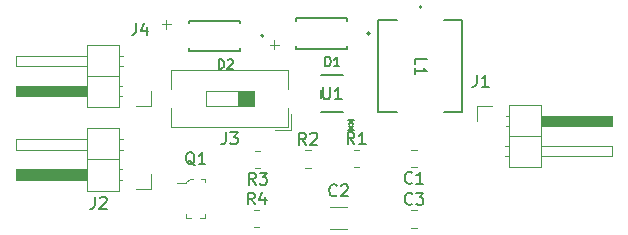
<source format=gto>
%TF.GenerationSoftware,KiCad,Pcbnew,9.0.6*%
%TF.CreationDate,2025-12-11T09:20:51-05:00*%
%TF.ProjectId,Mini_Solar_Supply,4d696e69-5f53-46f6-9c61-725f53757070,rev?*%
%TF.SameCoordinates,Original*%
%TF.FileFunction,Legend,Top*%
%TF.FilePolarity,Positive*%
%FSLAX46Y46*%
G04 Gerber Fmt 4.6, Leading zero omitted, Abs format (unit mm)*
G04 Created by KiCad (PCBNEW 9.0.6) date 2025-12-11 09:20:51*
%MOMM*%
%LPD*%
G01*
G04 APERTURE LIST*
%ADD10C,0.100000*%
%ADD11C,0.150000*%
%ADD12C,0.120000*%
%ADD13C,0.127000*%
%ADD14C,0.200000*%
%ADD15C,0.152400*%
G04 APERTURE END LIST*
D10*
X138683084Y-121741666D02*
X139444989Y-121741666D01*
X139064036Y-122122619D02*
X139064036Y-121360714D01*
X129564484Y-120039866D02*
X130326389Y-120039866D01*
X129945436Y-120420819D02*
X129945436Y-119658914D01*
D11*
X123898066Y-134633619D02*
X123898066Y-135347904D01*
X123898066Y-135347904D02*
X123850447Y-135490761D01*
X123850447Y-135490761D02*
X123755209Y-135586000D01*
X123755209Y-135586000D02*
X123612352Y-135633619D01*
X123612352Y-135633619D02*
X123517114Y-135633619D01*
X124326638Y-134728857D02*
X124374257Y-134681238D01*
X124374257Y-134681238D02*
X124469495Y-134633619D01*
X124469495Y-134633619D02*
X124707590Y-134633619D01*
X124707590Y-134633619D02*
X124802828Y-134681238D01*
X124802828Y-134681238D02*
X124850447Y-134728857D01*
X124850447Y-134728857D02*
X124898066Y-134824095D01*
X124898066Y-134824095D02*
X124898066Y-134919333D01*
X124898066Y-134919333D02*
X124850447Y-135062190D01*
X124850447Y-135062190D02*
X124279019Y-135633619D01*
X124279019Y-135633619D02*
X124898066Y-135633619D01*
X134399022Y-123792067D02*
X134399022Y-123004665D01*
X134399022Y-123004665D02*
X134586499Y-123004665D01*
X134586499Y-123004665D02*
X134698985Y-123042160D01*
X134698985Y-123042160D02*
X134773976Y-123117151D01*
X134773976Y-123117151D02*
X134811471Y-123192142D01*
X134811471Y-123192142D02*
X134848966Y-123342123D01*
X134848966Y-123342123D02*
X134848966Y-123454609D01*
X134848966Y-123454609D02*
X134811471Y-123604590D01*
X134811471Y-123604590D02*
X134773976Y-123679581D01*
X134773976Y-123679581D02*
X134698985Y-123754572D01*
X134698985Y-123754572D02*
X134586499Y-123792067D01*
X134586499Y-123792067D02*
X134399022Y-123792067D01*
X135148929Y-123079656D02*
X135186424Y-123042160D01*
X135186424Y-123042160D02*
X135261415Y-123004665D01*
X135261415Y-123004665D02*
X135448892Y-123004665D01*
X135448892Y-123004665D02*
X135523882Y-123042160D01*
X135523882Y-123042160D02*
X135561378Y-123079656D01*
X135561378Y-123079656D02*
X135598873Y-123154646D01*
X135598873Y-123154646D02*
X135598873Y-123229637D01*
X135598873Y-123229637D02*
X135561378Y-123342123D01*
X135561378Y-123342123D02*
X135111434Y-123792067D01*
X135111434Y-123792067D02*
X135598873Y-123792067D01*
X150760133Y-135204580D02*
X150712514Y-135252200D01*
X150712514Y-135252200D02*
X150569657Y-135299819D01*
X150569657Y-135299819D02*
X150474419Y-135299819D01*
X150474419Y-135299819D02*
X150331562Y-135252200D01*
X150331562Y-135252200D02*
X150236324Y-135156961D01*
X150236324Y-135156961D02*
X150188705Y-135061723D01*
X150188705Y-135061723D02*
X150141086Y-134871247D01*
X150141086Y-134871247D02*
X150141086Y-134728390D01*
X150141086Y-134728390D02*
X150188705Y-134537914D01*
X150188705Y-134537914D02*
X150236324Y-134442676D01*
X150236324Y-134442676D02*
X150331562Y-134347438D01*
X150331562Y-134347438D02*
X150474419Y-134299819D01*
X150474419Y-134299819D02*
X150569657Y-134299819D01*
X150569657Y-134299819D02*
X150712514Y-134347438D01*
X150712514Y-134347438D02*
X150760133Y-134395057D01*
X151093467Y-134299819D02*
X151712514Y-134299819D01*
X151712514Y-134299819D02*
X151379181Y-134680771D01*
X151379181Y-134680771D02*
X151522038Y-134680771D01*
X151522038Y-134680771D02*
X151617276Y-134728390D01*
X151617276Y-134728390D02*
X151664895Y-134776009D01*
X151664895Y-134776009D02*
X151712514Y-134871247D01*
X151712514Y-134871247D02*
X151712514Y-135109342D01*
X151712514Y-135109342D02*
X151664895Y-135204580D01*
X151664895Y-135204580D02*
X151617276Y-135252200D01*
X151617276Y-135252200D02*
X151522038Y-135299819D01*
X151522038Y-135299819D02*
X151236324Y-135299819D01*
X151236324Y-135299819D02*
X151141086Y-135252200D01*
X151141086Y-135252200D02*
X151093467Y-135204580D01*
X132339961Y-131947457D02*
X132244723Y-131899838D01*
X132244723Y-131899838D02*
X132149485Y-131804600D01*
X132149485Y-131804600D02*
X132006628Y-131661742D01*
X132006628Y-131661742D02*
X131911390Y-131614123D01*
X131911390Y-131614123D02*
X131816152Y-131614123D01*
X131863771Y-131852219D02*
X131768533Y-131804600D01*
X131768533Y-131804600D02*
X131673295Y-131709361D01*
X131673295Y-131709361D02*
X131625676Y-131518885D01*
X131625676Y-131518885D02*
X131625676Y-131185552D01*
X131625676Y-131185552D02*
X131673295Y-130995076D01*
X131673295Y-130995076D02*
X131768533Y-130899838D01*
X131768533Y-130899838D02*
X131863771Y-130852219D01*
X131863771Y-130852219D02*
X132054247Y-130852219D01*
X132054247Y-130852219D02*
X132149485Y-130899838D01*
X132149485Y-130899838D02*
X132244723Y-130995076D01*
X132244723Y-130995076D02*
X132292342Y-131185552D01*
X132292342Y-131185552D02*
X132292342Y-131518885D01*
X132292342Y-131518885D02*
X132244723Y-131709361D01*
X132244723Y-131709361D02*
X132149485Y-131804600D01*
X132149485Y-131804600D02*
X132054247Y-131852219D01*
X132054247Y-131852219D02*
X131863771Y-131852219D01*
X133244723Y-131852219D02*
X132673295Y-131852219D01*
X132959009Y-131852219D02*
X132959009Y-130852219D01*
X132959009Y-130852219D02*
X132863771Y-130995076D01*
X132863771Y-130995076D02*
X132768533Y-131090314D01*
X132768533Y-131090314D02*
X132673295Y-131137933D01*
X127377866Y-119927019D02*
X127377866Y-120641304D01*
X127377866Y-120641304D02*
X127330247Y-120784161D01*
X127330247Y-120784161D02*
X127235009Y-120879400D01*
X127235009Y-120879400D02*
X127092152Y-120927019D01*
X127092152Y-120927019D02*
X126996914Y-120927019D01*
X128282628Y-120260352D02*
X128282628Y-120927019D01*
X128044533Y-119879400D02*
X127806438Y-120593685D01*
X127806438Y-120593685D02*
X128425485Y-120593685D01*
X156232266Y-124321219D02*
X156232266Y-125035504D01*
X156232266Y-125035504D02*
X156184647Y-125178361D01*
X156184647Y-125178361D02*
X156089409Y-125273600D01*
X156089409Y-125273600D02*
X155946552Y-125321219D01*
X155946552Y-125321219D02*
X155851314Y-125321219D01*
X157232266Y-125321219D02*
X156660838Y-125321219D01*
X156946552Y-125321219D02*
X156946552Y-124321219D01*
X156946552Y-124321219D02*
X156851314Y-124464076D01*
X156851314Y-124464076D02*
X156756076Y-124559314D01*
X156756076Y-124559314D02*
X156660838Y-124606933D01*
X141768533Y-130224419D02*
X141435200Y-129748228D01*
X141197105Y-130224419D02*
X141197105Y-129224419D01*
X141197105Y-129224419D02*
X141578057Y-129224419D01*
X141578057Y-129224419D02*
X141673295Y-129272038D01*
X141673295Y-129272038D02*
X141720914Y-129319657D01*
X141720914Y-129319657D02*
X141768533Y-129414895D01*
X141768533Y-129414895D02*
X141768533Y-129557752D01*
X141768533Y-129557752D02*
X141720914Y-129652990D01*
X141720914Y-129652990D02*
X141673295Y-129700609D01*
X141673295Y-129700609D02*
X141578057Y-129748228D01*
X141578057Y-129748228D02*
X141197105Y-129748228D01*
X142149486Y-129319657D02*
X142197105Y-129272038D01*
X142197105Y-129272038D02*
X142292343Y-129224419D01*
X142292343Y-129224419D02*
X142530438Y-129224419D01*
X142530438Y-129224419D02*
X142625676Y-129272038D01*
X142625676Y-129272038D02*
X142673295Y-129319657D01*
X142673295Y-129319657D02*
X142720914Y-129414895D01*
X142720914Y-129414895D02*
X142720914Y-129510133D01*
X142720914Y-129510133D02*
X142673295Y-129652990D01*
X142673295Y-129652990D02*
X142101867Y-130224419D01*
X142101867Y-130224419D02*
X142720914Y-130224419D01*
X134972466Y-129189019D02*
X134972466Y-129903304D01*
X134972466Y-129903304D02*
X134924847Y-130046161D01*
X134924847Y-130046161D02*
X134829609Y-130141400D01*
X134829609Y-130141400D02*
X134686752Y-130189019D01*
X134686752Y-130189019D02*
X134591514Y-130189019D01*
X135353419Y-129189019D02*
X135972466Y-129189019D01*
X135972466Y-129189019D02*
X135639133Y-129569971D01*
X135639133Y-129569971D02*
X135781990Y-129569971D01*
X135781990Y-129569971D02*
X135877228Y-129617590D01*
X135877228Y-129617590D02*
X135924847Y-129665209D01*
X135924847Y-129665209D02*
X135972466Y-129760447D01*
X135972466Y-129760447D02*
X135972466Y-129998542D01*
X135972466Y-129998542D02*
X135924847Y-130093780D01*
X135924847Y-130093780D02*
X135877228Y-130141400D01*
X135877228Y-130141400D02*
X135781990Y-130189019D01*
X135781990Y-130189019D02*
X135496276Y-130189019D01*
X135496276Y-130189019D02*
X135401038Y-130141400D01*
X135401038Y-130141400D02*
X135353419Y-130093780D01*
X151005380Y-123404333D02*
X151005380Y-122928143D01*
X151005380Y-122928143D02*
X152005380Y-122928143D01*
X151005380Y-124261476D02*
X151005380Y-123690048D01*
X151005380Y-123975762D02*
X152005380Y-123975762D01*
X152005380Y-123975762D02*
X151862523Y-123880524D01*
X151862523Y-123880524D02*
X151767285Y-123785286D01*
X151767285Y-123785286D02*
X151719666Y-123690048D01*
X137425133Y-135279019D02*
X137091800Y-134802828D01*
X136853705Y-135279019D02*
X136853705Y-134279019D01*
X136853705Y-134279019D02*
X137234657Y-134279019D01*
X137234657Y-134279019D02*
X137329895Y-134326638D01*
X137329895Y-134326638D02*
X137377514Y-134374257D01*
X137377514Y-134374257D02*
X137425133Y-134469495D01*
X137425133Y-134469495D02*
X137425133Y-134612352D01*
X137425133Y-134612352D02*
X137377514Y-134707590D01*
X137377514Y-134707590D02*
X137329895Y-134755209D01*
X137329895Y-134755209D02*
X137234657Y-134802828D01*
X137234657Y-134802828D02*
X136853705Y-134802828D01*
X138282276Y-134612352D02*
X138282276Y-135279019D01*
X138044181Y-134231400D02*
X137806086Y-134945685D01*
X137806086Y-134945685D02*
X138425133Y-134945685D01*
X137501333Y-133600619D02*
X137168000Y-133124428D01*
X136929905Y-133600619D02*
X136929905Y-132600619D01*
X136929905Y-132600619D02*
X137310857Y-132600619D01*
X137310857Y-132600619D02*
X137406095Y-132648238D01*
X137406095Y-132648238D02*
X137453714Y-132695857D01*
X137453714Y-132695857D02*
X137501333Y-132791095D01*
X137501333Y-132791095D02*
X137501333Y-132933952D01*
X137501333Y-132933952D02*
X137453714Y-133029190D01*
X137453714Y-133029190D02*
X137406095Y-133076809D01*
X137406095Y-133076809D02*
X137310857Y-133124428D01*
X137310857Y-133124428D02*
X136929905Y-133124428D01*
X137834667Y-132600619D02*
X138453714Y-132600619D01*
X138453714Y-132600619D02*
X138120381Y-132981571D01*
X138120381Y-132981571D02*
X138263238Y-132981571D01*
X138263238Y-132981571D02*
X138358476Y-133029190D01*
X138358476Y-133029190D02*
X138406095Y-133076809D01*
X138406095Y-133076809D02*
X138453714Y-133172047D01*
X138453714Y-133172047D02*
X138453714Y-133410142D01*
X138453714Y-133410142D02*
X138406095Y-133505380D01*
X138406095Y-133505380D02*
X138358476Y-133553000D01*
X138358476Y-133553000D02*
X138263238Y-133600619D01*
X138263238Y-133600619D02*
X137977524Y-133600619D01*
X137977524Y-133600619D02*
X137882286Y-133553000D01*
X137882286Y-133553000D02*
X137834667Y-133505380D01*
X145857933Y-130173619D02*
X145524600Y-129697428D01*
X145286505Y-130173619D02*
X145286505Y-129173619D01*
X145286505Y-129173619D02*
X145667457Y-129173619D01*
X145667457Y-129173619D02*
X145762695Y-129221238D01*
X145762695Y-129221238D02*
X145810314Y-129268857D01*
X145810314Y-129268857D02*
X145857933Y-129364095D01*
X145857933Y-129364095D02*
X145857933Y-129506952D01*
X145857933Y-129506952D02*
X145810314Y-129602190D01*
X145810314Y-129602190D02*
X145762695Y-129649809D01*
X145762695Y-129649809D02*
X145667457Y-129697428D01*
X145667457Y-129697428D02*
X145286505Y-129697428D01*
X146810314Y-130173619D02*
X146238886Y-130173619D01*
X146524600Y-130173619D02*
X146524600Y-129173619D01*
X146524600Y-129173619D02*
X146429362Y-129316476D01*
X146429362Y-129316476D02*
X146334124Y-129411714D01*
X146334124Y-129411714D02*
X146238886Y-129459333D01*
X143205295Y-125362619D02*
X143205295Y-126172142D01*
X143205295Y-126172142D02*
X143252914Y-126267380D01*
X143252914Y-126267380D02*
X143300533Y-126315000D01*
X143300533Y-126315000D02*
X143395771Y-126362619D01*
X143395771Y-126362619D02*
X143586247Y-126362619D01*
X143586247Y-126362619D02*
X143681485Y-126315000D01*
X143681485Y-126315000D02*
X143729104Y-126267380D01*
X143729104Y-126267380D02*
X143776723Y-126172142D01*
X143776723Y-126172142D02*
X143776723Y-125362619D01*
X144776723Y-126362619D02*
X144205295Y-126362619D01*
X144491009Y-126362619D02*
X144491009Y-125362619D01*
X144491009Y-125362619D02*
X144395771Y-125505476D01*
X144395771Y-125505476D02*
X144300533Y-125600714D01*
X144300533Y-125600714D02*
X144205295Y-125648333D01*
X145586450Y-128014419D02*
X145586450Y-128252514D01*
X145348355Y-128157276D02*
X145586450Y-128252514D01*
X145586450Y-128252514D02*
X145824545Y-128157276D01*
X145443593Y-128442990D02*
X145586450Y-128252514D01*
X145586450Y-128252514D02*
X145729307Y-128442990D01*
X145586449Y-129104780D02*
X145586449Y-128866685D01*
X145824544Y-128961923D02*
X145586449Y-128866685D01*
X145586449Y-128866685D02*
X145348354Y-128961923D01*
X145729306Y-128676209D02*
X145586449Y-128866685D01*
X145586449Y-128866685D02*
X145443592Y-128676209D01*
X143396622Y-123588867D02*
X143396622Y-122801465D01*
X143396622Y-122801465D02*
X143584099Y-122801465D01*
X143584099Y-122801465D02*
X143696585Y-122838960D01*
X143696585Y-122838960D02*
X143771576Y-122913951D01*
X143771576Y-122913951D02*
X143809071Y-122988942D01*
X143809071Y-122988942D02*
X143846566Y-123138923D01*
X143846566Y-123138923D02*
X143846566Y-123251409D01*
X143846566Y-123251409D02*
X143809071Y-123401390D01*
X143809071Y-123401390D02*
X143771576Y-123476381D01*
X143771576Y-123476381D02*
X143696585Y-123551372D01*
X143696585Y-123551372D02*
X143584099Y-123588867D01*
X143584099Y-123588867D02*
X143396622Y-123588867D01*
X144596473Y-123588867D02*
X144146529Y-123588867D01*
X144371501Y-123588867D02*
X144371501Y-122801465D01*
X144371501Y-122801465D02*
X144296510Y-122913951D01*
X144296510Y-122913951D02*
X144221520Y-122988942D01*
X144221520Y-122988942D02*
X144146529Y-123026437D01*
X144359333Y-134496980D02*
X144311714Y-134544600D01*
X144311714Y-134544600D02*
X144168857Y-134592219D01*
X144168857Y-134592219D02*
X144073619Y-134592219D01*
X144073619Y-134592219D02*
X143930762Y-134544600D01*
X143930762Y-134544600D02*
X143835524Y-134449361D01*
X143835524Y-134449361D02*
X143787905Y-134354123D01*
X143787905Y-134354123D02*
X143740286Y-134163647D01*
X143740286Y-134163647D02*
X143740286Y-134020790D01*
X143740286Y-134020790D02*
X143787905Y-133830314D01*
X143787905Y-133830314D02*
X143835524Y-133735076D01*
X143835524Y-133735076D02*
X143930762Y-133639838D01*
X143930762Y-133639838D02*
X144073619Y-133592219D01*
X144073619Y-133592219D02*
X144168857Y-133592219D01*
X144168857Y-133592219D02*
X144311714Y-133639838D01*
X144311714Y-133639838D02*
X144359333Y-133687457D01*
X144740286Y-133687457D02*
X144787905Y-133639838D01*
X144787905Y-133639838D02*
X144883143Y-133592219D01*
X144883143Y-133592219D02*
X145121238Y-133592219D01*
X145121238Y-133592219D02*
X145216476Y-133639838D01*
X145216476Y-133639838D02*
X145264095Y-133687457D01*
X145264095Y-133687457D02*
X145311714Y-133782695D01*
X145311714Y-133782695D02*
X145311714Y-133877933D01*
X145311714Y-133877933D02*
X145264095Y-134020790D01*
X145264095Y-134020790D02*
X144692667Y-134592219D01*
X144692667Y-134592219D02*
X145311714Y-134592219D01*
X150734733Y-133433780D02*
X150687114Y-133481400D01*
X150687114Y-133481400D02*
X150544257Y-133529019D01*
X150544257Y-133529019D02*
X150449019Y-133529019D01*
X150449019Y-133529019D02*
X150306162Y-133481400D01*
X150306162Y-133481400D02*
X150210924Y-133386161D01*
X150210924Y-133386161D02*
X150163305Y-133290923D01*
X150163305Y-133290923D02*
X150115686Y-133100447D01*
X150115686Y-133100447D02*
X150115686Y-132957590D01*
X150115686Y-132957590D02*
X150163305Y-132767114D01*
X150163305Y-132767114D02*
X150210924Y-132671876D01*
X150210924Y-132671876D02*
X150306162Y-132576638D01*
X150306162Y-132576638D02*
X150449019Y-132529019D01*
X150449019Y-132529019D02*
X150544257Y-132529019D01*
X150544257Y-132529019D02*
X150687114Y-132576638D01*
X150687114Y-132576638D02*
X150734733Y-132624257D01*
X151687114Y-133529019D02*
X151115686Y-133529019D01*
X151401400Y-133529019D02*
X151401400Y-132529019D01*
X151401400Y-132529019D02*
X151306162Y-132671876D01*
X151306162Y-132671876D02*
X151210924Y-132767114D01*
X151210924Y-132767114D02*
X151115686Y-132814733D01*
D12*
%TO.C,J2*%
X117187200Y-129775400D02*
X123187200Y-129775400D01*
X117187200Y-130635400D02*
X117187200Y-129775400D01*
X123187200Y-128825400D02*
X123187200Y-134125400D01*
X123187200Y-130635400D02*
X117187200Y-130635400D01*
X123187200Y-134125400D02*
X125947200Y-134125400D01*
X125947200Y-128825400D02*
X123187200Y-128825400D01*
X125947200Y-131475400D02*
X123187200Y-131475400D01*
X125947200Y-134125400D02*
X125947200Y-128825400D01*
X126177200Y-132315400D02*
X125947200Y-132315400D01*
X126177200Y-133175400D02*
X125947200Y-133175400D01*
X126259842Y-129775400D02*
X125947200Y-129775400D01*
X126259842Y-130635400D02*
X125947200Y-130635400D01*
X128607200Y-132745400D02*
X128607200Y-134015400D01*
X128607200Y-134015400D02*
X127337200Y-134015400D01*
X123187200Y-133175400D02*
X117187200Y-133175400D01*
X117187200Y-132315400D01*
X123187200Y-132315400D01*
X123187200Y-133175400D01*
G36*
X123187200Y-133175400D02*
G01*
X117187200Y-133175400D01*
X117187200Y-132315400D01*
X123187200Y-132315400D01*
X123187200Y-133175400D01*
G37*
D13*
%TO.C,D2*%
X131890200Y-119725600D02*
X131890200Y-119935600D01*
X131890200Y-122075600D02*
X131890200Y-122285600D01*
X131890200Y-122285600D02*
X136220200Y-122285600D01*
X136220200Y-119725600D02*
X131890200Y-119725600D01*
X136220200Y-119725600D02*
X136220200Y-119935600D01*
X136220200Y-122285600D02*
X136220200Y-122075600D01*
D14*
X138155200Y-121005600D02*
G75*
G02*
X137955200Y-121005600I-100000J0D01*
G01*
X137955200Y-121005600D02*
G75*
G02*
X138155200Y-121005600I100000J0D01*
G01*
D12*
%TO.C,C3*%
X150665548Y-135790000D02*
X151188052Y-135790000D01*
X150665548Y-137260000D02*
X151188052Y-137260000D01*
D10*
%TO.C,Q1*%
X131585200Y-133397400D02*
X131585200Y-133447400D01*
X131585200Y-133447400D02*
X130810200Y-133447400D01*
X131585200Y-136422400D02*
X131585200Y-136072400D01*
X131960200Y-133122400D02*
X131585200Y-133397400D01*
X132060200Y-136422400D02*
X131585200Y-136422400D01*
X132235200Y-133122400D02*
X131960200Y-133122400D01*
X132860200Y-133122400D02*
X133235200Y-133122400D01*
X133235200Y-133122400D02*
X133235200Y-133422400D01*
X133235200Y-136122400D02*
X133235200Y-136422400D01*
X133235200Y-136197400D02*
X133235200Y-136072400D01*
X133235200Y-136422400D02*
X132785200Y-136422400D01*
D12*
%TO.C,J4*%
X117196400Y-122714200D02*
X123196400Y-122714200D01*
X117196400Y-123574200D02*
X117196400Y-122714200D01*
X123196400Y-121764200D02*
X123196400Y-127064200D01*
X123196400Y-123574200D02*
X117196400Y-123574200D01*
X123196400Y-127064200D02*
X125956400Y-127064200D01*
X125956400Y-121764200D02*
X123196400Y-121764200D01*
X125956400Y-124414200D02*
X123196400Y-124414200D01*
X125956400Y-127064200D02*
X125956400Y-121764200D01*
X126186400Y-125254200D02*
X125956400Y-125254200D01*
X126186400Y-126114200D02*
X125956400Y-126114200D01*
X126269042Y-122714200D02*
X125956400Y-122714200D01*
X126269042Y-123574200D02*
X125956400Y-123574200D01*
X128616400Y-125684200D02*
X128616400Y-126954200D01*
X128616400Y-126954200D02*
X127346400Y-126954200D01*
X123196400Y-126114200D02*
X117196400Y-126114200D01*
X117196400Y-125254200D01*
X123196400Y-125254200D01*
X123196400Y-126114200D01*
G36*
X123196400Y-126114200D02*
G01*
X117196400Y-126114200D01*
X117196400Y-125254200D01*
X123196400Y-125254200D01*
X123196400Y-126114200D01*
G37*
%TO.C,J1*%
X156270000Y-126944200D02*
X157540000Y-126944200D01*
X156270000Y-128214200D02*
X156270000Y-126944200D01*
X158617358Y-130324200D02*
X158930000Y-130324200D01*
X158617358Y-131184200D02*
X158930000Y-131184200D01*
X158700000Y-127784200D02*
X158930000Y-127784200D01*
X158700000Y-128644200D02*
X158930000Y-128644200D01*
X158930000Y-126834200D02*
X158930000Y-132134200D01*
X158930000Y-129484200D02*
X161690000Y-129484200D01*
X158930000Y-132134200D02*
X161690000Y-132134200D01*
X161690000Y-126834200D02*
X158930000Y-126834200D01*
X161690000Y-130324200D02*
X167690000Y-130324200D01*
X161690000Y-132134200D02*
X161690000Y-126834200D01*
X167690000Y-130324200D02*
X167690000Y-131184200D01*
X167690000Y-131184200D02*
X161690000Y-131184200D01*
X161690000Y-127784200D02*
X167690000Y-127784200D01*
X167690000Y-128644200D01*
X161690000Y-128644200D01*
X161690000Y-127784200D01*
G36*
X161690000Y-127784200D02*
G01*
X167690000Y-127784200D01*
X167690000Y-128644200D01*
X161690000Y-128644200D01*
X161690000Y-127784200D01*
G37*
%TO.C,R2*%
X141708136Y-130684600D02*
X142162264Y-130684600D01*
X141708136Y-132154600D02*
X142162264Y-132154600D01*
%TO.C,J3*%
X130355800Y-125514200D02*
X130355800Y-123894200D01*
X130355800Y-128734200D02*
X130355800Y-127114200D01*
X135982467Y-126949200D02*
X135982467Y-125679200D01*
X140255800Y-123894200D02*
X130355800Y-123894200D01*
X140255800Y-125514200D02*
X140255800Y-123894200D01*
X140255800Y-128734200D02*
X130355800Y-128734200D01*
X140255800Y-128734200D02*
X140255800Y-127114200D01*
X140495800Y-128974200D02*
X139112800Y-128974200D01*
X140495800Y-128974200D02*
X140495800Y-127591200D01*
X137335800Y-126949200D02*
X133275800Y-126949200D01*
X133275800Y-125679200D01*
X137335800Y-125679200D01*
X137335800Y-126949200D01*
X137335800Y-126949200D02*
X135982467Y-126949200D01*
X135982467Y-125679200D01*
X137335800Y-125679200D01*
X137335800Y-126949200D01*
G36*
X137335800Y-126949200D02*
G01*
X135982467Y-126949200D01*
X135982467Y-125679200D01*
X137335800Y-125679200D01*
X137335800Y-126949200D01*
G37*
D15*
%TO.C,L1*%
X147904200Y-119697500D02*
X147904200Y-127444500D01*
X147904200Y-127444500D02*
X149476460Y-127444500D01*
X149476460Y-119697500D02*
X147904200Y-119697500D01*
X153443940Y-127444500D02*
X155016200Y-127444500D01*
X155016200Y-119697500D02*
X153443940Y-119697500D01*
X155016200Y-127444500D02*
X155016200Y-119697500D01*
X151536400Y-118554500D02*
G75*
G02*
X151384000Y-118554500I-76200J0D01*
G01*
X151384000Y-118554500D02*
G75*
G02*
X151536400Y-118554500I76200J0D01*
G01*
D12*
%TO.C,R4*%
X137364736Y-135739200D02*
X137818864Y-135739200D01*
X137364736Y-137209200D02*
X137818864Y-137209200D01*
%TO.C,R3*%
X137895064Y-130760800D02*
X137440936Y-130760800D01*
X137895064Y-132230800D02*
X137440936Y-132230800D01*
%TO.C,R1*%
X145797536Y-130633800D02*
X146251664Y-130633800D01*
X145797536Y-132103800D02*
X146251664Y-132103800D01*
D15*
%TO.C,U1*%
X143065500Y-125569939D02*
X143065500Y-126245661D01*
X143065500Y-127482600D02*
X144868900Y-127482600D01*
X144868900Y-124333000D02*
X143065500Y-124333000D01*
D13*
%TO.C,D1*%
X140887800Y-119522400D02*
X140887800Y-119732400D01*
X140887800Y-121872400D02*
X140887800Y-122082400D01*
X140887800Y-122082400D02*
X145217800Y-122082400D01*
X145217800Y-119522400D02*
X140887800Y-119522400D01*
X145217800Y-119522400D02*
X145217800Y-119732400D01*
X145217800Y-122082400D02*
X145217800Y-121872400D01*
D14*
X147152800Y-120802400D02*
G75*
G02*
X146952800Y-120802400I-100000J0D01*
G01*
X146952800Y-120802400D02*
G75*
G02*
X147152800Y-120802400I100000J0D01*
G01*
D12*
%TO.C,C2*%
X145211852Y-135513400D02*
X143789348Y-135513400D01*
X145211852Y-137333400D02*
X143789348Y-137333400D01*
%TO.C,C1*%
X151162652Y-130659200D02*
X150640148Y-130659200D01*
X151162652Y-132129200D02*
X150640148Y-132129200D01*
%TD*%
M02*

</source>
